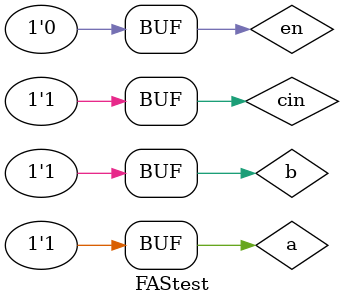
<source format=v>

module FAStest();
  reg a;
  reg en ;
  reg b;
  reg cin;
  wire diff;
  wire borrow;
wire sum;
wire carry ;
  
 FAS uut(.a(a),
         .b(b),
         .cin(cin),
         .en(en),
         .diff(diff),
         .borrow(borrow),
         .sum(sum),
         .carry(carry));
  initial begin
                                                                                    
   #5 a = 1'b0 ; b = 1'b0; cin = 1'b0 ;en=1;
   #5 a = 1'b0 ; b = 1'b0; cin = 1'b1 ;en=1;
  #5 a = 1'b0 ; b = 1'b1; cin = 1'b0 ;en=1;
   #5 a = 1'b0 ; b = 1'b1; cin = 1'b1 ;en=1;

   #5 a = 1'b1 ; b = 1'b0; cin = 1'b0 ;en=0;
   #5 a = 1'b1 ; b = 1'b0; cin = 1'b1 ;en=0;
   #5 a = 1'b1 ; b = 1'b1; cin = 1'b0 ;en=0;
  #5 a = 1'b1 ; b = 1'b1; cin = 1'b1 ;en=0;
  end
  initial begin
    $dumpfile(" FAS.vcd");
    $dumpvars(0, FAStest );
  end
endmodule
  
</source>
